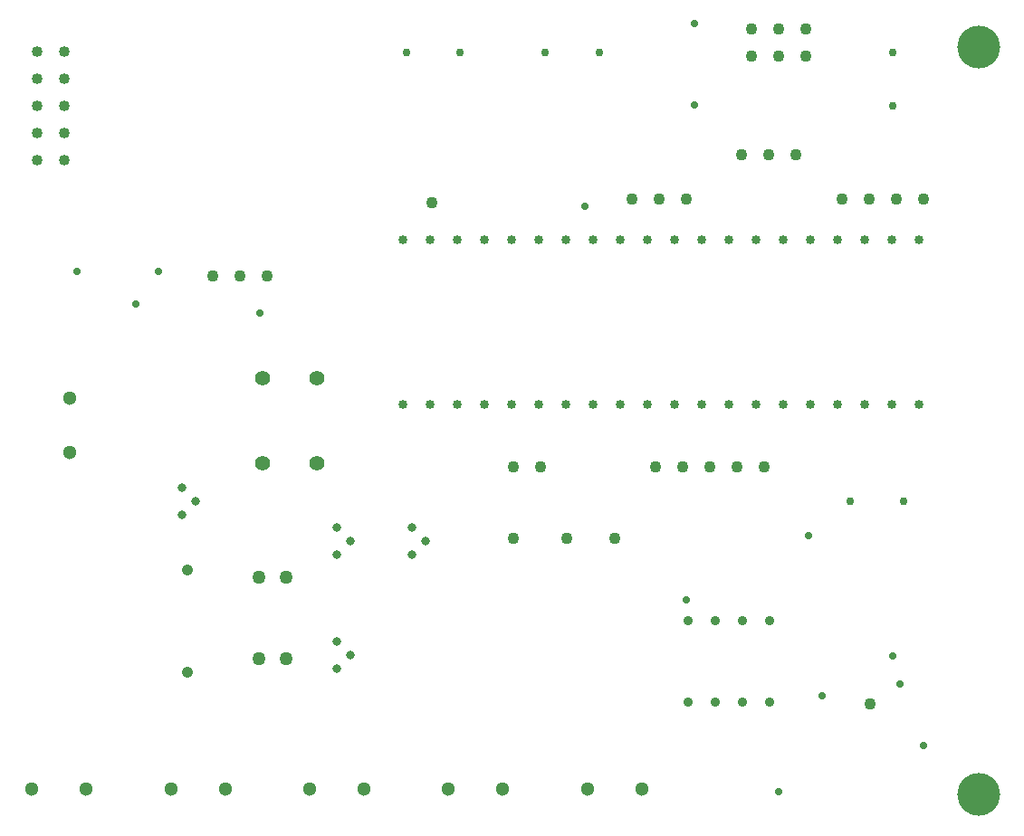
<source format=gbr>
%TF.GenerationSoftware,Altium Limited,Altium Designer,24.3.1 (35)*%
G04 Layer_Color=0*
%FSLAX45Y45*%
%MOMM*%
%TF.SameCoordinates,77145657-7363-482A-8684-523018AF0833*%
%TF.FilePolarity,Positive*%
%TF.FileFunction,Plated,1,2,PTH,Drill*%
%TF.Part,Single*%
G01*
G75*
%TA.AperFunction,OtherDrill,Pad Free-17 (93mm,6mm)*%
%ADD81C,4.00000*%
%TA.AperFunction,OtherDrill,Pad Free-16 (93mm,76mm)*%
%ADD82C,4.00000*%
%TA.AperFunction,ComponentDrill*%
%ADD83C,0.90000*%
%ADD84C,1.10000*%
%ADD85C,1.30000*%
%ADD86C,1.05000*%
%ADD87C,0.80000*%
%ADD88C,1.27000*%
%ADD89C,1.30000*%
%ADD90C,0.70000*%
%ADD91C,1.40000*%
%ADD92C,0.85000*%
%ADD93C,0.75000*%
%ADD94C,1.02000*%
%ADD95C,0.70000*%
%ADD96C,0.75000*%
%TA.AperFunction,ViaDrill,NotFilled*%
%ADD97C,0.71120*%
D81*
X9300000Y600000D02*
D03*
D82*
Y7600000D02*
D03*
D83*
X7348502Y2231002D02*
D03*
X7094502D02*
D03*
X6840502D02*
D03*
X6586502D02*
D03*
X7348502Y1469002D02*
D03*
X7094502D02*
D03*
X6840502D02*
D03*
X6586502D02*
D03*
D84*
X8288673Y1450002D02*
D03*
X2140562Y5458498D02*
D03*
X2394562D02*
D03*
X2648562D02*
D03*
X8529450Y6178416D02*
D03*
X8783450D02*
D03*
X8275450D02*
D03*
X8021450D02*
D03*
X4950001Y3000002D02*
D03*
X4952337Y3669500D02*
D03*
X5206337D02*
D03*
X5450000Y3000002D02*
D03*
X5900001D02*
D03*
X6790855Y3669500D02*
D03*
X6282855D02*
D03*
X6536855D02*
D03*
X7044855D02*
D03*
X7298855D02*
D03*
X4183337Y6138914D02*
D03*
X6058294Y6178416D02*
D03*
X6312294D02*
D03*
X6566294D02*
D03*
X7086598Y6588788D02*
D03*
X7340598D02*
D03*
X7594598D02*
D03*
X7179338Y7511911D02*
D03*
X7433338D02*
D03*
X7179338Y7765911D02*
D03*
X7433338D02*
D03*
X7687338Y7511911D02*
D03*
Y7765911D02*
D03*
D85*
X3041998Y649999D02*
D03*
X3549998D02*
D03*
X441998D02*
D03*
X949998D02*
D03*
X1750002D02*
D03*
X2258002D02*
D03*
X4342001D02*
D03*
X4850001D02*
D03*
X6149998D02*
D03*
X5641998D02*
D03*
D86*
X1899999Y2700002D02*
D03*
Y1745999D02*
D03*
D87*
X3300001Y1778841D02*
D03*
X3427001Y1905841D02*
D03*
X3300001Y2032841D02*
D03*
X1850002Y3222999D02*
D03*
X1977002Y3349999D02*
D03*
X1850002Y3476999D02*
D03*
X4000000Y2846002D02*
D03*
X4127000Y2973002D02*
D03*
X4000000Y3100002D02*
D03*
X3300001Y2850000D02*
D03*
X3427001Y2977000D02*
D03*
X3300001Y3104000D02*
D03*
D88*
X2573002Y1869001D02*
D03*
X2827002D02*
D03*
Y2631001D02*
D03*
X2573002D02*
D03*
D89*
X800001Y4308000D02*
D03*
Y3800000D02*
D03*
D90*
X1631303Y5500002D02*
D03*
X868698D02*
D03*
D91*
X3107998Y4499999D02*
D03*
Y3700000D02*
D03*
X2599998D02*
D03*
Y4499999D02*
D03*
D92*
X3917999Y5793052D02*
D03*
X4171999D02*
D03*
X4425999D02*
D03*
X4679999D02*
D03*
X4933999D02*
D03*
X5187999D02*
D03*
X5441999D02*
D03*
X5695999D02*
D03*
X5949999D02*
D03*
X6203999D02*
D03*
X6457999D02*
D03*
X6711999D02*
D03*
X6965999D02*
D03*
X7219999D02*
D03*
X7473999D02*
D03*
X7727999D02*
D03*
X7981999D02*
D03*
X8235999D02*
D03*
X8489999D02*
D03*
X8743999D02*
D03*
Y4250002D02*
D03*
X8489999D02*
D03*
X8235999D02*
D03*
X7981999D02*
D03*
X7727999D02*
D03*
X7473999D02*
D03*
X7219999D02*
D03*
X6965999D02*
D03*
X6711999D02*
D03*
X6457999D02*
D03*
X6203999D02*
D03*
X5949999D02*
D03*
X5695999D02*
D03*
X5441999D02*
D03*
X5187999D02*
D03*
X4933999D02*
D03*
X4679999D02*
D03*
X4425999D02*
D03*
X4171999D02*
D03*
X3917999D02*
D03*
D93*
X8600001Y3349999D02*
D03*
X8100002D02*
D03*
X4450002Y7550000D02*
D03*
X3950003D02*
D03*
X5250000D02*
D03*
X5749999D02*
D03*
D94*
X500002Y7558001D02*
D03*
Y7304001D02*
D03*
Y7050001D02*
D03*
Y6796001D02*
D03*
Y6542001D02*
D03*
X754002Y7558001D02*
D03*
Y7304001D02*
D03*
Y7050001D02*
D03*
Y6796001D02*
D03*
Y6542001D02*
D03*
D95*
X6642453Y7051312D02*
D03*
Y7813911D02*
D03*
D96*
X8500001Y7050001D02*
D03*
Y7550000D02*
D03*
D97*
X8500000Y1900000D02*
D03*
X7710000Y3028780D02*
D03*
X7839540Y1527640D02*
D03*
X8563440Y1632258D02*
D03*
X6567000Y2426800D02*
D03*
X7432500Y625300D02*
D03*
X1417181Y5189081D02*
D03*
X5614500Y6104715D02*
D03*
X8784420Y1062820D02*
D03*
X2581740Y5103960D02*
D03*
%TF.MD5,8c659cbf31333fa2584f9cf240dcf113*%
M02*

</source>
